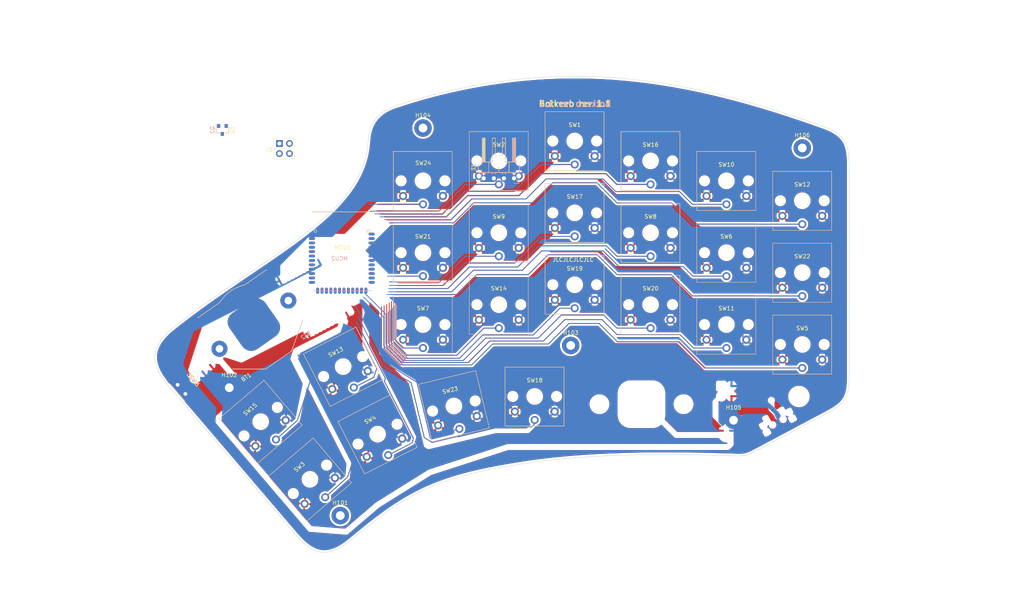
<source format=kicad_pcb>
(kicad_pcb (version 20171130) (host pcbnew "(5.1.9)-1")
  (title_block (title Botkeeb) (date 2020-11-13) (rev 1.0) (company "Mojitas upcoming company"))
  (layers (0 Front signal) (31 Back signal) (34 B.Paste user) (35 F.Paste user) (36 B.SilkS user) (37 F.SilkS user) (38 B.Mask user) (39 F.Mask user) (44 Edge.Cuts user))
  (net 0 "")
  (net 1 "Net-(BT1-Pad2)")
  (net 2 "Net-(BT2-Pad2)")
  (net 3 VCC1)
  (net 4 GND1)
  (net 5 /SWDIO1)
  (net 6 /SWCLK1)
  (net 7 /SWCLK2)
  (net 8 /SWDIO2)
  (net 9 GND2)
  (net 10 VCC2)
  (net 11 /S1)
  (net 12 /S6)
  (net 13 /S11)
  (net 14 /S16)
  (net 15 /S26)
  (net 16 /S2)
  (net 17 /S7)
  (net 18 /S12)
  (net 19 /S17)
  (net 20 /S22)
  (net 21 /S30)
  (net 22 /S3)
  (net 23 /S13)
  (net 24 /S18)
  (net 25 /S23)
  (net 26 /S4)
  (net 27 /S9)
  (net 28 /S14)
  (net 29 /S19)
  (net 30 /S24)
  (net 31 /S29)
  (net 32 /S5)
  (net 33 /S20)
  (net 34 /S25)
  (net 35 "Net-(MCU1-Pad35)")
  (net 36 "Net-(MCU1-Pad36)")
  (net 37 "Net-(MCU2-Pad36)")
  (net 38 "Net-(MCU2-Pad35)")
  (net 39 "Net-(MCU1-Pad21)")
  (net 40 "Net-(MCU2-Pad20)")
  (net 41 "Net-(MCU1-Pad25)")
  (net 42 "Net-(MCU1-Pad24)")
  (net 43 "Net-(MCU1-Pad23)")
  (net 44 "Net-(MCU1-Pad22)")
  (net 45 "Net-(MCU2-Pad19)")
  (net 46 "Net-(MCU2-Pad18)")
  (net 47 "Net-(MCU2-Pad17)")
  (net 48 "Net-(MCU2-Pad16)")
  (net 49 /Battery_switch_tht)
  (module MountingHole:MountingHole_2.2mm_M2_Pad (layer Front) (at 154.098059 450.565974)
    (fp_text reference H106 (at 0 -3.2) (layer F.SilkS))
    (fp_text value MountingHole)
    (pad 1 thru_hole circle (at 0 0) (size 4.4 4.4) (drill 2.2) (layers *.Cu *.Mask))
  )
  (module MountingHole:MountingHole_2.2mm_M2_Pad (layer Front) (at 136.83234 518.94486)
    (fp_text reference H105 (at 0 -3.2) (layer F.SilkS))
    (fp_text value MountingHole)
    (pad 1 thru_hole circle (at 0 0) (size 4.4 4.4) (drill 2.2) (layers *.Cu *.Mask))
  )
  (module MountingHole:MountingHole_2.2mm_M2_Pad (layer Front) (at 58.848058 445.565973)
    (fp_text reference H104 (at 0 -3.2) (layer F.SilkS))
    (fp_text value MountingHole)
    (pad 1 thru_hole circle (at 0 0) (size 4.4 4.4) (drill 2.2) (layers *.Cu *.Mask))
  )
  (module MountingHole:MountingHole_2.2mm_M2_Pad (layer Front) (at 95.948056 500.165974)
    (fp_text reference H103 (at 0 -3.2) (layer F.SilkS))
    (fp_text value MountingHole)
    (pad 1 thru_hole circle (at 0 0) (size 4.4 4.4) (drill 2.2) (layers *.Cu *.Mask))
  )
  (module MountingHole:MountingHole_2.2mm_M2_Pad (layer Front) (at 10.20064 510.77876)
    (fp_text reference H102 (at 0 -3.2) (layer F.SilkS))
    (fp_text value MountingHole)
    (pad 1 thru_hole circle (at 0 0) (size 4.4 4.4) (drill 2.2) (layers *.Cu *.Mask))
  )
  (module MountingHole:MountingHole_2.2mm_M2_Pad (layer Front) (at 38.080294 542.878563)
    (fp_text reference H101 (at 0 -3.2) (layer F.SilkS))
    (fp_text value MountingHole)
    (pad 1 thru_hole circle (at 0 0) (size 4.4 4.4) (drill 2.2) (layers *.Cu *.Mask))
  )
  (module User_Keyboard:PCM12SMTR (layer Back) (at -1.79578 511.19532 130.5)
    (fp_text reference SW26 (at 0.1 3.8 310.5) (layer B.SilkS) (effects (justify mirror)))
    (fp_text value SW_SPST)
    (pad "" np_thru_hole circle (at 1.5 0 130.5) (size 0.9 0.9) (drill 0.9) (layers *.Cu *.Mask))
    (pad "" np_thru_hole circle (at -1.5 0 130.5) (size 0.9 0.9) (drill 0.9) (layers *.Cu *.Mask))
    (pad "" smd rect (at 3.65 -0.965 130.5) (size 1 0.8) (layers Back B.Paste B.Mask))
    (pad "" smd rect (at 3.65 0.965 130.5) (size 1 0.8) (layers Back B.Paste B.Mask))
    (pad "" smd rect (at -3.65 -0.965 130.5) (size 1 0.8) (layers Back B.Paste B.Mask))
    (pad "" smd rect (at -3.65 0.965 130.5) (size 1 0.8) (layers Back B.Paste B.Mask))
    (pad 3 smd rect (at 2.25 1.75 130.5) (size 0.7 1.5) (layers Back B.Paste B.Mask))
    (pad 2 smd rect (at 0.75 1.75 130.5) (size 0.7 1.5) (layers Back B.Paste B.Mask) (net 10 VCC2))
    (pad 1 smd rect (at -2.25 1.75 130.5) (size 0.7 1.5) (layers Back B.Paste B.Mask) (net 49 /Battery_switch_tht))
  )
  (module User_Keyboard:PCM12SMTR (layer Front) (at -1.79578 511.19532 310.5)
    (fp_text reference SW25 (at 0.1 -3.8 310.5) (layer F.SilkS))
    (fp_text value SW_SPST)
    (pad "" np_thru_hole circle (at 1.5 0 310.5) (size 0.9 0.9) (drill 0.9) (layers *.Cu *.Mask))
    (pad "" np_thru_hole circle (at -1.5 0 310.5) (size 0.9 0.9) (drill 0.9) (layers *.Cu *.Mask))
    (pad "" smd rect (at 3.65 0.965 310.5) (size 1 0.8) (layers Front F.Paste F.Mask))
    (pad "" smd rect (at 3.65 -0.965 310.5) (size 1 0.8) (layers Front F.Paste F.Mask))
    (pad "" smd rect (at -3.65 0.965 310.5) (size 1 0.8) (layers Front F.Paste F.Mask))
    (pad "" smd rect (at -3.65 -0.965 310.5) (size 1 0.8) (layers Front F.Paste F.Mask))
    (pad 3 smd rect (at 2.25 -1.75 310.5) (size 0.7 1.5) (layers Front F.Paste F.Mask))
    (pad 2 smd rect (at 0.75 -1.75 310.5) (size 0.7 1.5) (layers Front F.Paste F.Mask) (net 49 /Battery_switch_tht))
    (pad 1 smd rect (at -2.25 -1.75 310.5) (size 0.7 1.5) (layers Front F.Paste F.Mask) (net 3 VCC1))
  )
  (module User_Keyboard:Battery_mod_tht (layer Front) (at 16.38046 494.94186 35)
    (fp_text reference BT1 (at -9.15 9.7 215) (layer F.SilkS))
    (fp_text value Battery_Cell)
    (pad 2 smd roundrect (at 0 0 35) (size 11 11) (layers Front F.Paste F.Mask) (net 1 "Net-(BT1-Pad2)"))
    (pad 1 thru_hole circle (at -10.5537 0 35) (size 4 4) (drill 1.8542) (layers *.Cu *.Mask) (net 49 /Battery_switch_tht))
    (pad 1 thru_hole circle (at 10.5537 0 35) (size 4 4) (drill 1.8542) (layers *.Cu *.Mask) (net 49 /Battery_switch_tht))
  )
  (module User_Keyboard:Battery_mod_tht (layer Back) (at 16.38046 494.94186 215)
    (fp_text reference BT2 (at -9.15 -9.7 35) (layer B.SilkS) (effects (justify mirror)))
    (fp_text value Battery_Cell)
    (pad 2 smd roundrect (at 0 0 215) (size 11 11) (layers Back B.Paste B.Mask) (net 2 "Net-(BT2-Pad2)"))
    (pad 1 thru_hole circle (at -10.5537 0 215) (size 4 4) (drill 1.8542) (layers *.Cu *.Mask) (net 49 /Battery_switch_tht))
    (pad 1 thru_hole circle (at 10.5537 0 215) (size 4 4) (drill 1.8542) (layers *.Cu *.Mask) (net 49 /Battery_switch_tht))
  )
  (module User_Keyboard:Kailh_low_profile (layer Front) (at 58.848058 458.815974)
    (fp_text reference SW24 (at 0.0508 -4.459199) (layer F.SilkS))
    (fp_text value Kailh_choc)
    (pad 1 thru_hole circle (at 5 3.8 180) (size 2 2) (drill 1.2) (layers *.Cu *.Mask) (net 9 GND2))
    (pad 2 thru_hole circle (at 0 5.9 180) (size 2 2) (drill 1.2) (layers *.Cu *.Mask) (net 12 /S6))
    (pad 3 thru_hole circle (at -5 3.8 180) (size 2 2) (drill 1.2) (layers *.Cu *.Mask) (net 4 GND1))
    (pad "" np_thru_hole circle (at 0 0) (size 3.2 3.2) (drill 3.2) (layers *.Cu *.Mask))
    (pad "" np_thru_hole circle (at -5.5 0) (size 1.8 1.8) (drill 1.8) (layers *.Cu *.Mask))
    (pad "" np_thru_hole circle (at 5.5 0) (size 1.8 1.8) (drill 1.8) (layers *.Cu *.Mask))
  )
  (module User_Keyboard:Kailh_low_profile (layer Front) (at 47.446285 522.437504 27)
    (fp_text reference SW4 (at 0.000001 -4.064 27) (layer F.SilkS))
    (fp_text value Kailh_choc)
    (pad 1 thru_hole circle (at 5 3.8 207) (size 2 2) (drill 1.2) (layers *.Cu *.Mask) (net 9 GND2))
    (pad 2 thru_hole circle (at 0 5.9 207) (size 2 2) (drill 1.2) (layers *.Cu *.Mask) (net 16 /S2))
    (pad 3 thru_hole circle (at -5 3.8 207) (size 2 2) (drill 1.2) (layers *.Cu *.Mask) (net 4 GND1))
    (pad "" np_thru_hole circle (at 0 0 27) (size 3.2 3.2) (drill 3.2) (layers *.Cu *.Mask))
    (pad "" np_thru_hole circle (at -5.5 0 27) (size 1.8 1.8) (drill 1.8) (layers *.Cu *.Mask))
    (pad "" np_thru_hole circle (at 5.5 0 27) (size 1.8 1.8) (drill 1.8) (layers *.Cu *.Mask))
  )
  (module User_Keyboard:Kailh_low_profile (layer Front) (at 96.948059 466.865972)
    (fp_text reference SW17 (at 0 -4.064) (layer F.SilkS))
    (fp_text value Kailh_choc)
    (pad 1 thru_hole circle (at 5 3.8 180) (size 2 2) (drill 1.2) (layers *.Cu *.Mask) (net 9 GND2))
    (pad 2 thru_hole circle (at 0 5.9 180) (size 2 2) (drill 1.2) (layers *.Cu *.Mask) (net 17 /S7))
    (pad 3 thru_hole circle (at -5 3.8 180) (size 2 2) (drill 1.2) (layers *.Cu *.Mask) (net 4 GND1))
    (pad "" np_thru_hole circle (at 0 0) (size 3.2 3.2) (drill 3.2) (layers *.Cu *.Mask))
    (pad "" np_thru_hole circle (at -5.5 0) (size 1.8 1.8) (drill 1.8) (layers *.Cu *.Mask))
    (pad "" np_thru_hole circle (at 5.5 0) (size 1.8 1.8) (drill 1.8) (layers *.Cu *.Mask))
  )
  (module User_Keyboard:Kailh_low_profile (layer Front) (at 18.089036 519.300961 40.5)
    (fp_text reference SW15 (at 0 -4.064 40.5) (layer F.SilkS))
    (fp_text value Kailh_choc)
    (pad 1 thru_hole circle (at 5 3.8 220.5) (size 2 2) (drill 1.2) (layers *.Cu *.Mask) (net 9 GND2))
    (pad 2 thru_hole circle (at 0 5.9 220.5) (size 2 2) (drill 1.2) (layers *.Cu *.Mask) (net 30 /S24))
    (pad 3 thru_hole circle (at -5 3.8 220.5) (size 2 2) (drill 1.2) (layers *.Cu *.Mask) (net 4 GND1))
    (pad "" np_thru_hole circle (at 0 0 40.5) (size 3.2 3.2) (drill 3.2) (layers *.Cu *.Mask))
    (pad "" np_thru_hole circle (at -5.5 0 40.5) (size 1.8 1.8) (drill 1.8) (layers *.Cu *.Mask))
    (pad "" np_thru_hole circle (at 5.5 0 40.5) (size 1.8 1.8) (drill 1.8) (layers *.Cu *.Mask))
  )
  (module User_Keyboard:Kailh_low_profile (layer Front) (at 86.898057 512.965972)
    (fp_text reference SW18 (at 0 -4.064) (layer F.SilkS))
    (fp_text value Kailh_choc)
    (pad 1 thru_hole circle (at 5 3.8 180) (size 2 2) (drill 1.2) (layers *.Cu *.Mask) (net 9 GND2))
    (pad 2 thru_hole circle (at 0 5.9 180) (size 2 2) (drill 1.2) (layers *.Cu *.Mask) (net 24 /S18))
    (pad 3 thru_hole circle (at -5 3.8 180) (size 2 2) (drill 1.2) (layers *.Cu *.Mask) (net 4 GND1))
    (pad "" np_thru_hole circle (at 0 0) (size 3.2 3.2) (drill 3.2) (layers *.Cu *.Mask))
    (pad "" np_thru_hole circle (at -5.5 0) (size 1.8 1.8) (drill 1.8) (layers *.Cu *.Mask))
    (pad "" np_thru_hole circle (at 5.5 0) (size 1.8 1.8) (drill 1.8) (layers *.Cu *.Mask))
  )
  (module User_Keyboard:Kailh_low_profile (layer Front) (at 38.797767 505.463831 27)
    (fp_text reference SW13 (at 0.000001 -4.064 27) (layer F.SilkS))
    (fp_text value Kailh_choc)
    (pad 1 thru_hole circle (at 5 3.8 207) (size 2 2) (drill 1.2) (layers *.Cu *.Mask) (net 9 GND2))
    (pad 2 thru_hole circle (at 0 5.9 207) (size 2 2) (drill 1.2) (layers *.Cu *.Mask) (net 11 /S1))
    (pad 3 thru_hole circle (at -5 3.8 207) (size 2 2) (drill 1.2) (layers *.Cu *.Mask) (net 4 GND1))
    (pad "" np_thru_hole circle (at 0 0 27) (size 3.2 3.2) (drill 3.2) (layers *.Cu *.Mask))
    (pad "" np_thru_hole circle (at -5.5 0 27) (size 1.8 1.8) (drill 1.8) (layers *.Cu *.Mask))
    (pad "" np_thru_hole circle (at 5.5 0 27) (size 1.8 1.8) (drill 1.8) (layers *.Cu *.Mask))
  )
  (module User_Keyboard:Kailh_low_profile (layer Front) (at 135.048061 458.815973)
    (fp_text reference SW10 (at 0 -4.064) (layer F.SilkS))
    (fp_text value Kailh_choc)
    (pad 1 thru_hole circle (at 5 3.8 180) (size 2 2) (drill 1.2) (layers *.Cu *.Mask) (net 9 GND2))
    (pad 2 thru_hole circle (at 0 5.9 180) (size 2 2) (drill 1.2) (layers *.Cu *.Mask) (net 20 /S22))
    (pad 3 thru_hole circle (at -5 3.8 180) (size 2 2) (drill 1.2) (layers *.Cu *.Mask) (net 4 GND1))
    (pad "" np_thru_hole circle (at 0 0) (size 3.2 3.2) (drill 3.2) (layers *.Cu *.Mask))
    (pad "" np_thru_hole circle (at -5.5 0) (size 1.8 1.8) (drill 1.8) (layers *.Cu *.Mask))
    (pad "" np_thru_hole circle (at 5.5 0) (size 1.8 1.8) (drill 1.8) (layers *.Cu *.Mask))
  )
  (module User_Keyboard:Kailh_low_profile (layer Front) (at 135.048058 494.915973)
    (fp_text reference SW11 (at 0 -4.064) (layer F.SilkS))
    (fp_text value Kailh_choc)
    (pad 1 thru_hole circle (at 5 3.8 180) (size 2 2) (drill 1.2) (layers *.Cu *.Mask) (net 9 GND2))
    (pad 2 thru_hole circle (at 0 5.9 180) (size 2 2) (drill 1.2) (layers *.Cu *.Mask) (net 29 /S19))
    (pad 3 thru_hole circle (at -5 3.8 180) (size 2 2) (drill 1.2) (layers *.Cu *.Mask) (net 4 GND1))
    (pad "" np_thru_hole circle (at 0 0) (size 3.2 3.2) (drill 3.2) (layers *.Cu *.Mask))
    (pad "" np_thru_hole circle (at -5.5 0) (size 1.8 1.8) (drill 1.8) (layers *.Cu *.Mask))
    (pad "" np_thru_hole circle (at 5.5 0) (size 1.8 1.8) (drill 1.8) (layers *.Cu *.Mask))
  )
  (module User_Keyboard:Kailh_low_profile (layer Front) (at 77.898057 489.915975)
    (fp_text reference SW14 (at 0 -4.064) (layer F.SilkS))
    (fp_text value Kailh_choc)
    (pad 1 thru_hole circle (at 5 3.8 180) (size 2 2) (drill 1.2) (layers *.Cu *.Mask) (net 9 GND2))
    (pad 2 thru_hole circle (at 0 5.9 180) (size 2 2) (drill 1.2) (layers *.Cu *.Mask) (net 31 /S29))
    (pad 3 thru_hole circle (at -5 3.8 180) (size 2 2) (drill 1.2) (layers *.Cu *.Mask) (net 4 GND1))
    (pad "" np_thru_hole circle (at 0 0) (size 3.2 3.2) (drill 3.2) (layers *.Cu *.Mask))
    (pad "" np_thru_hole circle (at -5.5 0) (size 1.8 1.8) (drill 1.8) (layers *.Cu *.Mask))
    (pad "" np_thru_hole circle (at 5.5 0) (size 1.8 1.8) (drill 1.8) (layers *.Cu *.Mask))
  )
  (module User_Keyboard:Kailh_low_profile (layer Front) (at 58.848059 494.915976)
    (fp_text reference SW7 (at 0 -4.064) (layer F.SilkS))
    (fp_text value Kailh_choc)
    (pad 1 thru_hole circle (at 5 3.8 180) (size 2 2) (drill 1.2) (layers *.Cu *.Mask) (net 9 GND2))
    (pad 2 thru_hole circle (at 0 5.9 180) (size 2 2) (drill 1.2) (layers *.Cu *.Mask) (net 28 /S14))
    (pad 3 thru_hole circle (at -5 3.8 180) (size 2 2) (drill 1.2) (layers *.Cu *.Mask) (net 4 GND1))
    (pad "" np_thru_hole circle (at 0 0) (size 3.2 3.2) (drill 3.2) (layers *.Cu *.Mask))
    (pad "" np_thru_hole circle (at -5.5 0) (size 1.8 1.8) (drill 1.8) (layers *.Cu *.Mask))
    (pad "" np_thru_hole circle (at 5.5 0) (size 1.8 1.8) (drill 1.8) (layers *.Cu *.Mask))
  )
  (module User_Keyboard:Kailh_low_profile (layer Front) (at 96.948058 448.815971)
    (fp_text reference SW1 (at 0 -4.064) (layer F.SilkS))
    (fp_text value Kailh_choc)
    (pad 1 thru_hole circle (at 5 3.8 180) (size 2 2) (drill 1.2) (layers *.Cu *.Mask) (net 9 GND2))
    (pad 2 thru_hole circle (at 0 5.9 180) (size 2 2) (drill 1.2) (layers *.Cu *.Mask) (net 21 /S30))
    (pad 3 thru_hole circle (at -5 3.8 180) (size 2 2) (drill 1.2) (layers *.Cu *.Mask) (net 4 GND1))
    (pad "" np_thru_hole circle (at 0 0) (size 3.2 3.2) (drill 3.2) (layers *.Cu *.Mask))
    (pad "" np_thru_hole circle (at -5.5 0) (size 1.8 1.8) (drill 1.8) (layers *.Cu *.Mask))
    (pad "" np_thru_hole circle (at 5.5 0) (size 1.8 1.8) (drill 1.8) (layers *.Cu *.Mask))
  )
  (module User_Keyboard:Kailh_low_profile (layer Front) (at 115.998058 489.915971)
    (fp_text reference SW20 (at 0 -4.064) (layer F.SilkS))
    (fp_text value Kailh_choc)
    (pad 1 thru_hole circle (at 5 3.8 180) (size 2 2) (drill 1.2) (layers *.Cu *.Mask) (net 9 GND2))
    (pad 2 thru_hole circle (at 0 5.9 180) (size 2 2) (drill 1.2) (layers *.Cu *.Mask) (net 19 /S17))
    (pad 3 thru_hole circle (at -5 3.8 180) (size 2 2) (drill 1.2) (layers *.Cu *.Mask) (net 4 GND1))
    (pad "" np_thru_hole circle (at 0 0) (size 3.2 3.2) (drill 3.2) (layers *.Cu *.Mask))
    (pad "" np_thru_hole circle (at -5.5 0) (size 1.8 1.8) (drill 1.8) (layers *.Cu *.Mask))
    (pad "" np_thru_hole circle (at 5.5 0) (size 1.8 1.8) (drill 1.8) (layers *.Cu *.Mask))
  )
  (module User_Keyboard:Kailh_low_profile (layer Front) (at 77.89806 471.865972)
    (fp_text reference SW9 (at 0 -4.064) (layer F.SilkS))
    (fp_text value Kailh_choc)
    (pad 1 thru_hole circle (at 5 3.8 180) (size 2 2) (drill 1.2) (layers *.Cu *.Mask) (net 9 GND2))
    (pad 2 thru_hole circle (at 0 5.9 180) (size 2 2) (drill 1.2) (layers *.Cu *.Mask) (net 34 /S25))
    (pad 3 thru_hole circle (at -5 3.8 180) (size 2 2) (drill 1.2) (layers *.Cu *.Mask) (net 4 GND1))
    (pad "" np_thru_hole circle (at 0 0) (size 3.2 3.2) (drill 3.2) (layers *.Cu *.Mask))
    (pad "" np_thru_hole circle (at -5.5 0) (size 1.8 1.8) (drill 1.8) (layers *.Cu *.Mask))
    (pad "" np_thru_hole circle (at 5.5 0) (size 1.8 1.8) (drill 1.8) (layers *.Cu *.Mask))
  )
  (module User_Keyboard:Kailh_low_profile (layer Front) (at 77.898058 453.815974)
    (fp_text reference SW2 (at 0 -4.064) (layer F.SilkS))
    (fp_text value Kailh_choc)
    (pad 1 thru_hole circle (at 5 3.8 180) (size 2 2) (drill 1.2) (layers *.Cu *.Mask) (net 9 GND2))
    (pad 2 thru_hole circle (at 0 5.9 180) (size 2 2) (drill 1.2) (layers *.Cu *.Mask) (net 13 /S11))
    (pad 3 thru_hole circle (at -5 3.8 180) (size 2 2) (drill 1.2) (layers *.Cu *.Mask) (net 4 GND1))
    (pad "" np_thru_hole circle (at 0 0) (size 3.2 3.2) (drill 3.2) (layers *.Cu *.Mask))
    (pad "" np_thru_hole circle (at -5.5 0) (size 1.8 1.8) (drill 1.8) (layers *.Cu *.Mask))
    (pad "" np_thru_hole circle (at 5.5 0) (size 1.8 1.8) (drill 1.8) (layers *.Cu *.Mask))
  )
  (module User_Keyboard:Kailh_low_profile (layer Front) (at 30.461025 533.786696 40.5)
    (fp_text reference SW3 (at 0 -4.064 40.5) (layer F.SilkS))
    (fp_text value Kailh_choc)
    (pad 1 thru_hole circle (at 5 3.8 220.5) (size 2 2) (drill 1.2) (layers *.Cu *.Mask) (net 9 GND2))
    (pad 2 thru_hole circle (at 0 5.9 220.5) (size 2 2) (drill 1.2) (layers *.Cu *.Mask) (net 14 /S16))
    (pad 3 thru_hole circle (at -5 3.8 220.5) (size 2 2) (drill 1.2) (layers *.Cu *.Mask) (net 4 GND1))
    (pad "" np_thru_hole circle (at 0 0 40.5) (size 3.2 3.2) (drill 3.2) (layers *.Cu *.Mask))
    (pad "" np_thru_hole circle (at -5.5 0 40.5) (size 1.8 1.8) (drill 1.8) (layers *.Cu *.Mask))
    (pad "" np_thru_hole circle (at 5.5 0 40.5) (size 1.8 1.8) (drill 1.8) (layers *.Cu *.Mask))
  )
  (module User_Keyboard:Kailh_low_profile (layer Front) (at 154.09806 463.815974)
    (fp_text reference SW12 (at 0 -4.064) (layer F.SilkS))
    (fp_text value Kailh_choc)
    (pad 1 thru_hole circle (at 5 3.8 180) (size 2 2) (drill 1.2) (layers *.Cu *.Mask) (net 9 GND2))
    (pad 2 thru_hole circle (at 0 5.9 180) (size 2 2) (drill 1.2) (layers *.Cu *.Mask) (net 32 /S5))
    (pad 3 thru_hole circle (at -5 3.8 180) (size 2 2) (drill 1.2) (layers *.Cu *.Mask) (net 4 GND1))
    (pad "" np_thru_hole circle (at 0 0) (size 3.2 3.2) (drill 3.2) (layers *.Cu *.Mask))
    (pad "" np_thru_hole circle (at -5.5 0) (size 1.8 1.8) (drill 1.8) (layers *.Cu *.Mask))
    (pad "" np_thru_hole circle (at 5.5 0) (size 1.8 1.8) (drill 1.8) (layers *.Cu *.Mask))
  )
  (module User_Keyboard:Kailh_low_profile (layer Front) (at 135.048058 476.865971)
    (fp_text reference SW6 (at 0 -4.064) (layer F.SilkS))
    (fp_text value Kailh_choc)
    (pad 1 thru_hole circle (at 5 3.8 180) (size 2 2) (drill 1.2) (layers *.Cu *.Mask) (net 9 GND2))
    (pad 2 thru_hole circle (at 0 5.9 180) (size 2 2) (drill 1.2) (layers *.Cu *.Mask) (net 23 /S13))
    (pad 3 thru_hole circle (at -5 3.8 180) (size 2 2) (drill 1.2) (layers *.Cu *.Mask) (net 4 GND1))
    (pad "" np_thru_hole circle (at 0 0) (size 3.2 3.2) (drill 3.2) (layers *.Cu *.Mask))
    (pad "" np_thru_hole circle (at -5.5 0) (size 1.8 1.8) (drill 1.8) (layers *.Cu *.Mask))
    (pad "" np_thru_hole circle (at 5.5 0) (size 1.8 1.8) (drill 1.8) (layers *.Cu *.Mask))
  )
  (module User_Keyboard:Kailh_low_profile (layer Front) (at 115.998059 471.865976)
    (fp_text reference SW8 (at 0 -4.064) (layer F.SilkS))
    (fp_text value Kailh_choc)
    (pad 1 thru_hole circle (at 5 3.8 180) (size 2 2) (drill 1.2) (layers *.Cu *.Mask) (net 9 GND2))
    (pad 2 thru_hole circle (at 0 5.9 180) (size 2 2) (drill 1.2) (layers *.Cu *.Mask) (net 15 /S26))
    (pad 3 thru_hole circle (at -5 3.8 180) (size 2 2) (drill 1.2) (layers *.Cu *.Mask) (net 4 GND1))
    (pad "" np_thru_hole circle (at 0 0) (size 3.2 3.2) (drill 3.2) (layers *.Cu *.Mask))
    (pad "" np_thru_hole circle (at -5.5 0) (size 1.8 1.8) (drill 1.8) (layers *.Cu *.Mask))
    (pad "" np_thru_hole circle (at 5.5 0) (size 1.8 1.8) (drill 1.8) (layers *.Cu *.Mask))
  )
  (module User_Keyboard:Kailh_low_profile (layer Front) (at 115.998058 453.815974)
    (fp_text reference SW16 (at 0 -4.064) (layer F.SilkS))
    (fp_text value Kailh_choc)
    (pad 1 thru_hole circle (at 5 3.8 180) (size 2 2) (drill 1.2) (layers *.Cu *.Mask) (net 9 GND2))
    (pad 2 thru_hole circle (at 0 5.9 180) (size 2 2) (drill 1.2) (layers *.Cu *.Mask) (net 18 /S12))
    (pad 3 thru_hole circle (at -5 3.8 180) (size 2 2) (drill 1.2) (layers *.Cu *.Mask) (net 4 GND1))
    (pad "" np_thru_hole circle (at 0 0) (size 3.2 3.2) (drill 3.2) (layers *.Cu *.Mask))
    (pad "" np_thru_hole circle (at -5.5 0) (size 1.8 1.8) (drill 1.8) (layers *.Cu *.Mask))
    (pad "" np_thru_hole circle (at 5.5 0) (size 1.8 1.8) (drill 1.8) (layers *.Cu *.Mask))
  )
  (module User_Keyboard:Kailh_low_profile (layer Front) (at 96.948057 484.915974)
    (fp_text reference SW19 (at 0 -4.064) (layer F.SilkS))
    (fp_text value Kailh_choc)
    (pad 1 thru_hole circle (at 5 3.8 180) (size 2 2) (drill 1.2) (layers *.Cu *.Mask) (net 9 GND2))
    (pad 2 thru_hole circle (at 0 5.9 180) (size 2 2) (drill 1.2) (layers *.Cu *.Mask) (net 22 /S3))
    (pad 3 thru_hole circle (at -5 3.8 180) (size 2 2) (drill 1.2) (layers *.Cu *.Mask) (net 4 GND1))
    (pad "" np_thru_hole circle (at 0 0) (size 3.2 3.2) (drill 3.2) (layers *.Cu *.Mask))
    (pad "" np_thru_hole circle (at -5.5 0) (size 1.8 1.8) (drill 1.8) (layers *.Cu *.Mask))
    (pad "" np_thru_hole circle (at 5.5 0) (size 1.8 1.8) (drill 1.8) (layers *.Cu *.Mask))
  )
  (module User_Keyboard:Kailh_low_profile (layer Front) (at 58.848059 476.865974)
    (fp_text reference SW21 (at 0 -4.064) (layer F.SilkS))
    (fp_text value Kailh_choc)
    (pad 1 thru_hole circle (at 5 3.8 180) (size 2 2) (drill 1.2) (layers *.Cu *.Mask) (net 9 GND2))
    (pad 2 thru_hole circle (at 0 5.9 180) (size 2 2) (drill 1.2) (layers *.Cu *.Mask) (net 26 /S4))
    (pad 3 thru_hole circle (at -5 3.8 180) (size 2 2) (drill 1.2) (layers *.Cu *.Mask) (net 4 GND1))
    (pad "" np_thru_hole circle (at 0 0) (size 3.2 3.2) (drill 3.2) (layers *.Cu *.Mask))
    (pad "" np_thru_hole circle (at -5.5 0) (size 1.8 1.8) (drill 1.8) (layers *.Cu *.Mask))
    (pad "" np_thru_hole circle (at 5.5 0) (size 1.8 1.8) (drill 1.8) (layers *.Cu *.Mask))
  )
  (module User_Keyboard:Kailh_low_profile (layer Front) (at 154.098056 481.865974)
    (fp_text reference SW22 (at 0 -4.064) (layer F.SilkS))
    (fp_text value Kailh_choc)
    (pad 1 thru_hole circle (at 5 3.8 180) (size 2 2) (drill 1.2) (layers *.Cu *.Mask) (net 9 GND2))
    (pad 2 thru_hole circle (at 0 5.9 180) (size 2 2) (drill 1.2) (layers *.Cu *.Mask) (net 27 /S9))
    (pad 3 thru_hole circle (at -5 3.8 180) (size 2 2) (drill 1.2) (layers *.Cu *.Mask) (net 4 GND1))
    (pad "" np_thru_hole circle (at 0 0) (size 3.2 3.2) (drill 3.2) (layers *.Cu *.Mask))
    (pad "" np_thru_hole circle (at -5.5 0) (size 1.8 1.8) (drill 1.8) (layers *.Cu *.Mask))
    (pad "" np_thru_hole circle (at 5.5 0) (size 1.8 1.8) (drill 1.8) (layers *.Cu *.Mask))
  )
  (module User_Keyboard:Kailh_low_profile (layer Front) (at 66.611659 515.36703 13.5)
    (fp_text reference SW23 (at 0 -4.064 13.5) (layer F.SilkS))
    (fp_text value Kailh_choc)
    (pad 1 thru_hole circle (at 5 3.8 193.5) (size 2 2) (drill 1.2) (layers *.Cu *.Mask) (net 9 GND2))
    (pad 2 thru_hole circle (at 0 5.9 193.5) (size 2 2) (drill 1.2) (layers *.Cu *.Mask) (net 33 /S20))
    (pad 3 thru_hole circle (at -5 3.8 193.5) (size 2 2) (drill 1.2) (layers *.Cu *.Mask) (net 4 GND1))
    (pad "" np_thru_hole circle (at 0 0 13.5) (size 3.2 3.2) (drill 3.2) (layers *.Cu *.Mask))
    (pad "" np_thru_hole circle (at -5.5 0 13.5) (size 1.8 1.8) (drill 1.8) (layers *.Cu *.Mask))
    (pad "" np_thru_hole circle (at 5.5 0 13.5) (size 1.8 1.8) (drill 1.8) (layers *.Cu *.Mask))
  )
  (module User_Keyboard:Kailh_low_profile (layer Front) (at 154.09806 499.915972)
    (fp_text reference SW5 (at 0 -4.064) (layer F.SilkS))
    (fp_text value Kailh_choc)
    (pad 1 thru_hole circle (at 5 3.8 180) (size 2 2) (drill 1.2) (layers *.Cu *.Mask) (net 9 GND2))
    (pad 2 thru_hole circle (at 0 5.9 180) (size 2 2) (drill 1.2) (layers *.Cu *.Mask) (net 25 /S23))
    (pad 3 thru_hole circle (at -5 3.8 180) (size 2 2) (drill 1.2) (layers *.Cu *.Mask) (net 4 GND1))
    (pad "" np_thru_hole circle (at 0 0) (size 3.2 3.2) (drill 3.2) (layers *.Cu *.Mask))
    (pad "" np_thru_hole circle (at -5.5 0) (size 1.8 1.8) (drill 1.8) (layers *.Cu *.Mask))
    (pad "" np_thru_hole circle (at 5.5 0) (size 1.8 1.8) (drill 1.8) (layers *.Cu *.Mask))
  )
  (module User_Keyboard:YJ14015 (layer Front) (at 38.4302 476.510975)
    (fp_text reference MCU1 (at 0.253999 -0.9144 180) (layer F.SilkS))
    (fp_text value Core51822)
    (pad 10 smd oval (at 6.05 9.9 90) (size 1.54 0.7) (layers Front F.Paste F.Mask) (net 23 /S13))
    (pad 9 smd oval (at 4.95 9.9 90) (size 1.54 0.7) (layers Front F.Paste F.Mask) (net 27 /S9))
    (pad 8 smd oval (at 3.85 9.9 90) (size 1.54 0.7) (layers Front F.Paste F.Mask) (net 28 /S14))
    (pad 20 smd oval (at 7.5 -4.3) (size 1.54 0.7) (layers Front F.Paste F.Mask) (net 12 /S6))
    (pad 19 smd oval (at 7.5 -3.2) (size 1.54 0.7) (layers Front F.Paste F.Mask) (net 13 /S11))
    (pad 18 smd oval (at 7.5 -2.1) (size 1.54 0.7) (layers Front F.Paste F.Mask) (net 21 /S30))
    (pad 17 smd oval (at 7.5 -1) (size 1.54 0.7) (layers Front F.Paste F.Mask) (net 18 /S12))
    (pad 31 smd oval (at 7.5 0.1) (size 1.54 0.7) (layers Front F.Paste F.Mask) (net 6 /SWCLK1))
    (pad 32 smd oval (at 7.5 1.2) (size 1.54 0.7) (layers Front F.Paste F.Mask) (net 5 /SWDIO1))
    (pad 16 smd oval (at 7.5 2.3) (size 1.54 0.7) (layers Front F.Paste F.Mask) (net 20 /S22))
    (pad 15 smd oval (at 7.5 3.4) (size 1.54 0.7) (layers Front F.Paste F.Mask) (net 32 /S5))
    (pad 14 smd oval (at 7.5 4.5) (size 1.54 0.7) (layers Front F.Paste F.Mask) (net 26 /S4))
    (pad 13 smd oval (at 7.5 5.6) (size 1.54 0.7) (layers Front F.Paste F.Mask) (net 34 /S25))
    (pad 12 smd oval (at 7.5 6.7) (size 1.54 0.7) (layers Front F.Paste F.Mask) (net 17 /S7))
    (pad 11 smd oval (at 7.5 7.8) (size 1.54 0.7) (layers Front F.Paste F.Mask) (net 15 /S26))
    (pad 7 smd oval (at 2.75 9.9 90) (size 1.54 0.7) (layers Front F.Paste F.Mask) (net 31 /S29))
    (pad 6 smd oval (at 1.65 9.9 90) (size 1.54 0.7) (layers Front F.Paste F.Mask) (net 22 /S3))
    (pad 5 smd oval (at 0.55 9.9 90) (size 1.54 0.7) (layers Front F.Paste F.Mask) (net 19 /S17))
    (pad 4 smd oval (at -0.55 9.9 90) (size 1.54 0.7) (layers Front F.Paste F.Mask) (net 29 /S19))
    (pad 3 smd oval (at -1.65 9.9 90) (size 1.54 0.7) (layers Front F.Paste F.Mask) (net 25 /S23))
    (pad 2 smd oval (at -2.75 9.9 90) (size 1.54 0.7) (layers Front F.Paste F.Mask) (net 33 /S20))
    (pad 1 smd oval (at -3.85 9.9 90) (size 1.54 0.7) (layers Front F.Paste F.Mask) (net 24 /S18))
    (pad 0 smd oval (at -4.95 9.9 90) (size 1.54 0.7) (layers Front F.Paste F.Mask) (net 16 /S2))
    (pad 30 smd oval (at -6.05 9.9 90) (size 1.54 0.7) (layers Front F.Paste F.Mask) (net 11 /S1))
    (pad 34 smd oval (at -7.5 7.8) (size 1.54 0.7) (layers Front F.Paste F.Mask) (net 3 VCC1))
    (pad 37 smd oval (at -7.5 6.7) (size 1.54 0.7) (layers Front F.Paste F.Mask) (net 4 GND1))
    (pad 29 smd oval (at -7.5 5.6) (size 1.54 0.7) (layers Front F.Paste F.Mask) (net 14 /S16))
    (pad 28 smd oval (at -7.5 4.5) (size 1.54 0.7) (layers Front F.Paste F.Mask) (net 30 /S24))
    (pad 36 smd oval (at -7.5 3.4) (size 1.54 0.7) (layers Front F.Paste F.Mask) (net 36 "Net-(MCU1-Pad36)"))
    (pad 35 smd oval (at -7.5 2.3) (size 1.54 0.7) (layers Front F.Paste F.Mask) (net 35 "Net-(MCU1-Pad35)"))
    (pad 25 smd oval (at -7.5 1.2) (size 1.54 0.7) (layers Front F.Paste F.Mask) (net 41 "Net-(MCU1-Pad25)"))
    (pad 24 smd oval (at -7.5 0.1) (size 1.54 0.7) (layers Front F.Paste F.Mask) (net 42 "Net-(MCU1-Pad24)"))
    (pad 23 smd oval (at -7.5 -1) (size 1.54 0.7) (layers Front F.Paste F.Mask) (net 43 "Net-(MCU1-Pad23)"))
    (pad 22 smd oval (at -7.5 -2.1) (size 1.54 0.7) (layers Front F.Paste F.Mask) (net 44 "Net-(MCU1-Pad22)"))
    (pad 21 smd oval (at -7.5 -3.2) (size 1.54 0.7) (layers Front F.Paste F.Mask) (net 39 "Net-(MCU1-Pad21)"))
    (pad 33 smd oval (at -7.5 -4.3) (size 1.54 0.7) (layers Front F.Paste F.Mask) (net 4 GND1))
  )
  (module User_Keyboard:YJ14015 (layer Back) (at 38.48354 476.510975 180)
    (fp_text reference MCU2 (at 0.609599 -1.8288 180) (layer B.SilkS) (effects (justify mirror)))
    (fp_text value Core51822)
    (pad 10 smd oval (at 6.05 -9.9 90) (size 1.54 0.7) (layers Back B.Paste B.Mask) (net 33 /S20))
    (pad 9 smd oval (at 4.95 -9.9 90) (size 1.54 0.7) (layers Back B.Paste B.Mask) (net 25 /S23))
    (pad 8 smd oval (at 3.85 -9.9 90) (size 1.54 0.7) (layers Back B.Paste B.Mask) (net 29 /S19))
    (pad 20 smd oval (at 7.5 4.3 180) (size 1.54 0.7) (layers Back B.Paste B.Mask) (net 40 "Net-(MCU2-Pad20)"))
    (pad 19 smd oval (at 7.5 3.2 180) (size 1.54 0.7) (layers Back B.Paste B.Mask) (net 45 "Net-(MCU2-Pad19)"))
    (pad 18 smd oval (at 7.5 2.1 180) (size 1.54 0.7) (layers Back B.Paste B.Mask) (net 46 "Net-(MCU2-Pad18)"))
    (pad 17 smd oval (at 7.5 1 180) (size 1.54 0.7) (layers Back B.Paste B.Mask) (net 47 "Net-(MCU2-Pad17)"))
    (pad 31 smd oval (at 7.5 -0.1 180) (size 1.54 0.7) (layers Back B.Paste B.Mask) (net 7 /SWCLK2))
    (pad 32 smd oval (at 7.5 -1.2 180) (size 1.54 0.7) (layers Back B.Paste B.Mask) (net 8 /SWDIO2))
    (pad 16 smd oval (at 7.5 -2.3 180) (size 1.54 0.7) (layers Back B.Paste B.Mask) (net 48 "Net-(MCU2-Pad16)"))
    (pad 15 smd oval (at 7.5 -3.4 180) (size 1.54 0.7) (layers Back B.Paste B.Mask) (net 30 /S24))
    (pad 14 smd oval (at 7.5 -4.5 180) (size 1.54 0.7) (layers Back B.Paste B.Mask) (net 14 /S16))
    (pad 13 smd oval (at 7.5 -5.6 180) (size 1.54 0.7) (layers Back B.Paste B.Mask) (net 11 /S1))
    (pad 12 smd oval (at 7.5 -6.7 180) (size 1.54 0.7) (layers Back B.Paste B.Mask) (net 16 /S2))
    (pad 11 smd oval (at 7.5 -7.8 180) (size 1.54 0.7) (layers Back B.Paste B.Mask) (net 24 /S18))
    (pad 7 smd oval (at 2.75 -9.9 90) (size 1.54 0.7) (layers Back B.Paste B.Mask) (net 19 /S17))
    (pad 6 smd oval (at 1.65 -9.9 90) (size 1.54 0.7) (layers Back B.Paste B.Mask) (net 22 /S3))
    (pad 5 smd oval (at 0.55 -9.9 90) (size 1.54 0.7) (layers Back B.Paste B.Mask) (net 31 /S29))
    (pad 4 smd oval (at -0.55 -9.9 90) (size 1.54 0.7) (layers Back B.Paste B.Mask) (net 28 /S14))
    (pad 3 smd oval (at -1.65 -9.9 90) (size 1.54 0.7) (layers Back B.Paste B.Mask) (net 27 /S9))
    (pad 2 smd oval (at -2.75 -9.9 90) (size 1.54 0.7) (layers Back B.Paste B.Mask) (net 23 /S13))
    (pad 1 smd oval (at -3.85 -9.9 90) (size 1.54 0.7) (layers Back B.Paste B.Mask) (net 15 /S26))
    (pad 0 smd oval (at -4.95 -9.9 90) (size 1.54 0.7) (layers Back B.Paste B.Mask) (net 17 /S7))
    (pad 30 smd oval (at -6.05 -9.9 90) (size 1.54 0.7) (layers Back B.Paste B.Mask) (net 34 /S25))
    (pad 34 smd oval (at -7.5 -7.8 180) (size 1.54 0.7) (layers Back B.Paste B.Mask) (net 10 VCC2))
    (pad 37 smd oval (at -7.5 -6.7 180) (size 1.54 0.7) (layers Back B.Paste B.Mask) (net 9 GND2))
    (pad 29 smd oval (at -7.5 -5.6 180) (size 1.54 0.7) (layers Back B.Paste B.Mask) (net 26 /S4))
    (pad 28 smd oval (at -7.5 -4.5 180) (size 1.54 0.7) (layers Back B.Paste B.Mask) (net 32 /S5))
    (pad 36 smd oval (at -7.5 -3.4 180) (size 1.54 0.7) (layers Back B.Paste B.Mask) (net 37 "Net-(MCU2-Pad36)"))
    (pad 35 smd oval (at -7.5 -2.3 180) (size 1.54 0.7) (layers Back B.Paste B.Mask) (net 38 "Net-(MCU2-Pad35)"))
    (pad 25 smd oval (at -7.5 -1.2 180) (size 1.54 0.7) (layers Back B.Paste B.Mask) (net 20 /S22))
    (pad 24 smd oval (at -7.5 -0.1 180) (size 1.54 0.7) (layers Back B.Paste B.Mask) (net 18 /S12))
    (pad 23 smd oval (at -7.5 1 180) (size 1.54 0.7) (layers Back B.Paste B.Mask) (net 21 /S30))
    (pad 22 smd oval (at -7.5 2.1 180) (size 1.54 0.7) (layers Back B.Paste B.Mask) (net 13 /S11))
    (pad 21 smd oval (at -7.5 3.2 180) (size 1.54 0.7) (layers Back B.Paste B.Mask) (net 12 /S6))
    (pad 33 smd oval (at -7.5 4.3 180) (size 1.54 0.7) (layers Back B.Paste B.Mask) (net 9 GND2))
  )
  (module Connector_PinHeader_2.54mm:PinHeader_2x02_P2.54mm_Vertical (layer Front) (at 22.7838 449.4403)
    (fp_text reference J3 (at -2.5815 1.543) (layer F.SilkS))
    (fp_text value Conn_02x02_Odd_Even)
    (pad 4 thru_hole oval (at 2.54 2.54) (size 1.7 1.7) (drill 1) (layers *.Cu *.Mask) (net 4 GND1))
    (pad 3 thru_hole oval (at 0 2.54) (size 1.7 1.7) (drill 1) (layers *.Cu *.Mask) (net 10 VCC2))
    (pad 2 thru_hole oval (at 2.54 0) (size 1.7 1.7) (drill 1) (layers *.Cu *.Mask) (net 9 GND2))
    (pad 1 thru_hole rect (at 0 0) (size 1.7 1.7) (drill 1) (layers *.Cu *.Mask) (net 3 VCC1))
  )
  (module Connector_PinHeader_2.54mm:PinHeader_1x04_P2.54mm_Horizontal (layer Back) (at 81.698058 458.190974 90)
    (fp_text reference J2 (at 2.786735 -10.192497 90) (layer B.SilkS) (effects (justify mirror)))
    (fp_text value Conn_01x04)
    (pad 4 thru_hole oval (at 0 -7.62 90) (size 1.7 1.7) (drill 1) (layers *.Cu *.Mask) (net 10 VCC2))
    (pad 3 thru_hole oval (at 0 -5.08 90) (size 1.7 1.7) (drill 1) (layers *.Cu *.Mask) (net 9 GND2))
    (pad 2 thru_hole oval (at 0 -2.54 90) (size 1.7 1.7) (drill 1) (layers *.Cu *.Mask) (net 8 /SWDIO2))
    (pad 1 thru_hole rect (at 0 0 90) (size 1.7 1.7) (drill 1) (layers *.Cu *.Mask) (net 7 /SWCLK2))
  )
  (module Package_TO_SOT_SMD:SOT-23 (layer Front) (at 8.46716 446.048536 270)
    (fp_text reference Q1 (at 0 -2.5 90) (layer F.SilkS))
    (fp_text value DMG3414U)
    (pad 3 smd rect (at 1 0 270) (size 0.9 0.8) (layers Front F.Paste F.Mask) (net 1 "Net-(BT1-Pad2)"))
    (pad 2 smd rect (at -1 0.95 270) (size 0.9 0.8) (layers Front F.Paste F.Mask) (net 4 GND1))
    (pad 1 smd rect (at -1 -0.95 270) (size 0.9 0.8) (layers Front F.Paste F.Mask) (net 3 VCC1))
  )
  (module Package_TO_SOT_SMD:SOT-23 (layer Back) (at 8.46716 446.048536 270)
    (fp_text reference Q2 (at 0 2.5 90) (layer B.SilkS) (effects (justify mirror)))
    (fp_text value DMG3414U)
    (pad 3 smd rect (at 1 0 270) (size 0.9 0.8) (layers Back B.Paste B.Mask) (net 2 "Net-(BT2-Pad2)"))
    (pad 2 smd rect (at -1 -0.95 270) (size 0.9 0.8) (layers Back B.Paste B.Mask) (net 9 GND2))
    (pad 1 smd rect (at -1 0.95 270) (size 0.9 0.8) (layers Back B.Paste B.Mask) (net 10 VCC2))
  )
  (module Connector_PinHeader_2.54mm:PinHeader_1x04_P2.54mm_Horizontal (layer Front) (at 74.098058 458.190974 90)
    (fp_text reference J1 (at 2.808289 -2.566546 90) (layer F.SilkS))
    (fp_text value Conn_01x04)
    (pad 4 thru_hole oval (at 0 7.62 90) (size 1.7 1.7) (drill 1) (layers *.Cu *.Mask) (net 3 VCC1))
    (pad 3 thru_hole oval (at 0 5.08 90) (size 1.7 1.7) (drill 1) (layers *.Cu *.Mask) (net 4 GND1))
    (pad 2 thru_hole oval (at 0 2.54 90) (size 1.7 1.7) (drill 1) (layers *.Cu *.Mask) (net 5 /SWDIO1))
    (pad 1 thru_hole rect (at 0 0 90) (size 1.7 1.7) (drill 1) (layers *.Cu *.Mask) (net 6 /SWCLK1))
  )
  (gr_text JLCJLCJLCJLC (at 96.55864 478.615618) (layer F.SilkS) (effects (font (size 1 1) (thickness 0.17))))
  (gr_text "Botkeeb rev 1.1" (at 97.015839 439.448816) (layer B.SilkS) (effects (font (size 1.5 1.5) (thickness 0.3)) (justify mirror)))
  (gr_curve (pts (xy 85.197528 529.673531) (xy 62.557694 533.044978) (xy 55.334803 536.816837) (xy 40.917962 548.880308)) (layer Edge.Cuts) (width 0.1))
  (gr_curve (pts (xy -3.897987 495.725495) (xy 19.388126 477.176163) (xy 43.914129 467.69418) (xy 45.056552 448.939584)) (layer Edge.Cuts) (width 0.1))
  (gr_curve (pts (xy 26.896555 547.705523) (xy 31.538472 553.14051) (xy 35.291392 553.588408) (xy 40.917962 548.880308)) (layer Edge.Cuts) (width 0.1))
  (gr_line (start 26.896555 547.705523) (end -5.271404 510.041682) (layer Edge.Cuts) (width 0.1))
  (gr_curve (pts (xy -3.897987 495.725495) (xy -9.45165 500.149454) (xy -10.078242 504.413602) (xy -5.271404 510.041682)) (layer Edge.Cuts) (width 0.1))
  (gr_curve (pts (xy 137.264539 527.892262) (xy 139.538536 527.973475) (xy 140.309714 527.794952) (xy 142.316149 526.72811)) (layer Edge.Cuts) (width 0.1))
  (gr_curve (pts (xy 137.264539 527.892262) (xy 121.206026 527.318782) (xy 101.492312 527.246966) (xy 85.197528 529.673531)) (layer Edge.Cuts) (width 0.1))
  (gr_curve (pts (xy 51.825309 440.077739) (xy 64.595333 435.745389) (xy 78.432049 433.189116) (xy 91.744527 432.667649)) (layer Edge.Cuts) (width 0.1))
  (gr_curve (pts (xy 165.84806 454.536883) (xy 165.848058 449.0623) (xy 164.338194 446.957689) (xy 159.22321 445.123685)) (layer Edge.Cuts) (width 0.1))
  (gr_line (start 165.84806 454.536883) (end 165.848061 508.207369) (layer Edge.Cuts) (width 0.1))
  (gr_curve (pts (xy 160.542774 517.036843) (xy 164.782633 514.782469) (xy 165.848057 513.069651) (xy 165.848061 508.207369)) (layer Edge.Cuts) (width 0.1))
  (gr_line (start 142.316149 526.72811) (end 160.542774 517.036843) (layer Edge.Cuts) (width 0.1))
  (gr_curve (pts (xy 51.825309 440.077739) (xy 47.045969 441.69917) (xy 45.261072 444.858743) (xy 45.056552 448.939584)) (layer Edge.Cuts) (width 0.1))
  (gr_curve (pts (xy 91.744527 432.667649) (xy 115.110462 431.752383) (xy 136.861373 437.105735) (xy 159.22321 445.123685)) (layer Edge.Cuts) (width 0.1))
  (gr_text "Botkeeb rev 1.1" (at 97.015839 439.448816) (layer F.SilkS) (effects (font (size 1.5 1.5) (thickness 0.3))))
  (segment (start 41.47899 510.721641) (end 41.47631 510.72077) (width 0.2032) (layer Front) (net 11))
  (segment (start 46.501608 508.16249) (end 41.47899 510.721641) (width 0.2032) (layer Front) (net 11))
  (segment (start 47.23667 505.9002) (end 46.501608 508.16249) (width 0.2032) (layer Front) (net 11))
  (segment (start 42.246651 496.106738) (end 47.23667 505.9002) (width 0.2032) (layer Front) (net 11))
  (segment (start 47.237971 505.896195) (end 41.734452 495.094929) (width 0.2) (layer Back) (net 11))
  (segment (start 46.501608 508.16249) (end 47.237971 505.896195) (width 0.2) (layer Back) (net 11))
  (segment (start 41.47899 510.721641) (end 46.501608 508.16249) (width 0.2) (layer Back) (net 11))
  (segment (start 41.47631 510.72077) (end 41.47899 510.721641) (width 0.2) (layer Back) (net 11))
  (segment (start 58.848057 464.715974) (end 45.18005 464.715975) (width 0.2032) (layer Back) (net 12))
  (segment (start 57.433844 464.715973) (end 58.848057 464.715974) (width 0.3) (layer Front) (net 12))
  (segment (start 47.50415 464.715973) (end 57.433844 464.715973) (width 0.3) (layer Front) (net 12))
  (segment (start 62.773039 466.439683) (end 45.589939 466.439684) (width 0.2032) (layer Back) (net 13))
  (segment (start 69.496749 459.715974) (end 62.773039 466.439683) (width 0.2032) (layer Back) (net 13))
  (segment (start 77.898058 459.715974) (end 69.496749 459.715974) (width 0.2032) (layer Back) (net 13))
  (segment (start 62.865133 466.376184) (end 47.35524 466.376184) (width 0.3) (layer Front) (net 13))
  (segment (start 69.525343 459.715974) (end 62.865133 466.376184) (width 0.3) (layer Front) (net 13))
  (segment (start 77.898058 459.715974) (end 69.525343 459.715974) (width 0.3) (layer Front) (net 13))
  (segment (start 41.606423 527.99959) (end 28.667185 502.604904) (width 0.2032) (layer Front) (net 14))
  (segment (start 39.916637 533.200214) (end 41.606423 527.99959) (width 0.2032) (layer Front) (net 14))
  (segment (start 34.292766 538.273091) (end 39.916637 533.200214) (width 0.2032) (layer Front) (net 14))
  (segment (start 41.623074 527.948346) (end 28.689601 502.564976) (width 0.2032) (layer Back) (net 14))
  (segment (start 39.916637 533.200214) (end 41.623074 527.948346) (width 0.2032) (layer Back) (net 14))
  (segment (start 39.891237 533.225614) (end 39.916637 533.200214) (width 0.2032) (layer Back) (net 14))
  (segment (start 34.292766 538.273091) (end 39.891237 533.225614) (width 0.2032) (layer Back) (net 14))
  (segment (start 107.551132 477.765977) (end 115.998059 477.765977) (width 0.2032) (layer Back) (net 15))
  (segment (start 104.949739 475.164585) (end 107.551132 477.765977) (width 0.2032) (layer Back) (net 15))
  (segment (start 82.610439 480.473184) (end 87.919039 475.164585) (width 0.2032) (layer Back) (net 15))
  (segment (start 70.43114 480.473185) (end 82.610439 480.473184) (width 0.2032) (layer Back) (net 15))
  (segment (start 65.008239 485.896085) (end 70.43114 480.473185) (width 0.2032) (layer Back) (net 15))
  (segment (start 50.25084 485.896084) (end 65.008239 485.896085) (width 0.2032) (layer Back) (net 15))
  (segment (start 87.919039 475.164585) (end 104.949739 475.164585) (width 0.2032) (layer Back) (net 15))
  (segment (start 88.008311 475.116605) (end 104.901762 475.116606) (width 0.2032) (layer Front) (net 15))
  (segment (start 114.583848 477.765971) (end 115.998059 477.765977) (width 0.2032) (layer Front) (net 15))
  (segment (start 82.651732 480.473185) (end 88.008311 475.116605) (width 0.2032) (layer Front) (net 15))
  (segment (start 65.125733 485.857983) (end 70.510531 480.473185) (width 0.2032) (layer Front) (net 15))
  (segment (start 70.510531 480.473185) (end 82.651732 480.473185) (width 0.2032) (layer Front) (net 15))
  (segment (start 107.551126 477.765971) (end 114.583848 477.765971) (width 0.2032) (layer Front) (net 15))
  (segment (start 52.168539 485.857984) (end 65.125733 485.857983) (width 0.2032) (layer Front) (net 15))
  (segment (start 104.901762 475.116606) (end 107.551126 477.765971) (width 0.2032) (layer Front) (net 15))
  (segment (start 50.12483 527.694442) (end 50.124829 527.694441) (width 0.2032) (layer Front) (net 16))
  (segment (start 56.083698 524.658248) (end 50.12483 527.694442) (width 0.2032) (layer Front) (net 16))
  (segment (start 49.164293 509.179836) (end 56.460326 523.499108) (width 0.2032) (layer Front) (net 16))
  (segment (start 56.460326 523.499108) (end 56.083698 524.658248) (width 0.2032) (layer Front) (net 16))
  (segment (start 49.408497 508.428252) (end 49.164293 509.179836) (width 0.2032) (layer Front) (net 16))
  (segment (start 43.504441 496.84089) (end 49.408497 508.428252) (width 0.2032) (layer Front) (net 16))
  (segment (start 49.408497 508.428252) (end 42.086084 494.057208) (width 0.2) (layer Back) (net 16))
  (segment (start 49.164293 509.179836) (end 49.408497 508.428252) (width 0.2) (layer Back) (net 16))
  (segment (start 56.460326 523.499108) (end 49.164293 509.179836) (width 0.2) (layer Back) (net 16))
  (segment (start 56.083698 524.658248) (end 56.460326 523.499108) (width 0.2) (layer Back) (net 16))
  (segment (start 50.12483 527.694442) (end 56.083698 524.658248) (width 0.2) (layer Back) (net 16))
  (segment (start 50.124829 527.694441) (end 50.12483 527.694442) (width 0.2) (layer Back) (net 16))
  (segment (start 63.82714 485.070584) (end 50.390539 485.070584) (width 0.2032) (layer Back) (net 17))
  (segment (start 69.494738 479.402984) (end 63.82714 485.070584) (width 0.2032) (layer Back) (net 17))
  (segment (start 81.928038 479.402984) (end 69.494738 479.402984) (width 0.2032) (layer Back) (net 17))
  (segment (start 88.565048 472.765974) (end 81.928038 479.402984) (width 0.2032) (layer Back) (net 17))
  (segment (start 96.948059 472.765974) (end 88.565048 472.765974) (width 0.2032) (layer Back) (net 17))
  (segment (start 95.533845 472.765973) (end 96.948059 472.765974) (width 0.2032) (layer Front) (net 17))
  (segment (start 69.561433 479.504584) (end 81.842332 479.504584) (width 0.2032) (layer Front) (net 17))
  (segment (start 88.580943 472.765974) (end 95.533845 472.765973) (width 0.2032) (layer Front) (net 17))
  (segment (start 63.931932 485.134084) (end 69.561433 479.504584) (width 0.2032) (layer Front) (net 17))
  (segment (start 52.320939 485.134084) (end 63.931932 485.134084) (width 0.2032) (layer Front) (net 17))
  (segment (start 81.842332 479.504584) (end 88.580943 472.765974) (width 0.2032) (layer Front) (net 17))
  (segment (start 70.062839 462.464585) (end 64.66534 467.862084) (width 0.2032) (layer Back) (net 18))
  (segment (start 82.966039 462.464584) (end 70.062839 462.464585) (width 0.2032) (layer Back) (net 18))
  (segment (start 88.388939 457.041684) (end 82.966039 462.464584) (width 0.2032) (layer Back) (net 18))
  (segment (start 104.756328 457.041684) (end 88.388939 457.041684) (width 0.2032) (layer Back) (net 18))
  (segment (start 107.474128 459.759485) (end 104.756328 457.041684) (width 0.2032) (layer Back) (net 18))
  (segment (start 115.954549 459.759484) (end 107.474128 459.759485) (width 0.2032) (layer Back) (net 18))
  (segment (start 64.66534 467.862084) (end 48.079139 467.862084) (width 0.2032) (layer Back) (net 18))
  (segment (start 115.998058 459.715975) (end 115.954549 459.759484) (width 0.2032) (layer Back) (net 18))
  (segment (start 64.706633 467.862084) (end 49.184038 467.862084) (width 0.3) (layer Front) (net 18))
  (segment (start 107.510494 459.715975) (end 104.788225 456.993706) (width 0.3) (layer Front) (net 18))
  (segment (start 104.788225 456.993706) (end 88.495663 456.993706) (width 0.3) (layer Front) (net 18))
  (segment (start 82.971164 462.518205) (end 70.05051 462.518206) (width 0.3) (layer Front) (net 18))
  (segment (start 88.495663 456.993706) (end 82.971164 462.518205) (width 0.3) (layer Front) (net 18))
  (segment (start 115.998058 459.715975) (end 107.510494 459.715975) (width 0.3) (layer Front) (net 18))
  (segment (start 70.05051 462.518206) (end 64.706633 467.862084) (width 0.3) (layer Front) (net 18))
  (segment (start 107.535995 495.815973) (end 115.998059 495.815973) (width 0.2032) (layer Back) (net 19))
  (segment (start 104.229415 492.509393) (end 107.535995 495.815973) (width 0.2032) (layer Back) (net 19))
  (segment (start 93.59933 492.509393) (end 104.229415 492.509393) (width 0.2032) (layer Back) (net 19))
  (segment (start 74.558639 498.329384) (end 87.779339 498.329384) (width 0.2032) (layer Back) (net 19))
  (segment (start 54.50534 503.917383) (end 68.970639 503.917385) (width 0.2032) (layer Back) (net 19))
  (segment (start 50.111138 499.523184) (end 54.50534 503.917383) (width 0.2032) (layer Back) (net 19))
  (segment (start 50.111139 491.750785) (end 50.111138 499.523184) (width 0.2032) (layer Back) (net 19))
  (segment (start 87.779339 498.329384) (end 93.59933 492.509393) (width 0.2032) (layer Back) (net 19))
  (segment (start 68.970639 503.917385) (end 74.558639 498.329384) (width 0.2032) (layer Back) (net 19))
  (segment (start 93.548528 492.560196) (end 87.779339 498.329384) (width 0.2032) (layer Front) (net 19))
  (segment (start 104.27325 492.560194) (end 93.548528 492.560196) (width 0.2032) (layer Front) (net 19))
  (segment (start 107.529029 495.815972) (end 104.27325 492.560194) (width 0.2032) (layer Front) (net 19))
  (segment (start 87.779339 498.329384) (end 74.558639 498.329384) (width 0.2032) (layer Front) (net 19))
  (segment (start 74.558639 498.329384) (end 68.970639 503.917385) (width 0.2032) (layer Front) (net 19))
  (segment (start 115.998059 495.815973) (end 107.529029 495.815972) (width 0.2032) (layer Front) (net 19))
  (segment (start 68.970639 503.917385) (end 53.971939 503.917384) (width 0.2032) (layer Front) (net 19))
  (segment (start 53.971939 503.917384) (end 50.37784 500.323284) (width 0.2032) (layer Front) (net 19))
  (segment (start 50.37784 500.323284) (end 50.377839 489.490184) (width 0.2032) (layer Front) (net 19))
  (segment (start 133.633845 464.715971) (end 135.048058 464.715972) (width 0.2032) (layer Back) (net 20))
  (segment (start 126.485588 464.715972) (end 133.633845 464.715971) (width 0.2032) (layer Back) (net 20))
  (segment (start 65.859138 468.547883) (end 71.053439 463.353585) (width 0.2032) (layer Back) (net 20))
  (segment (start 71.053439 463.353585) (end 84.731339 463.353584) (width 0.2032) (layer Back) (net 20))
  (segment (start 84.731339 463.353584) (end 89.722439 458.362484) (width 0.2032) (layer Back) (net 20))
  (segment (start 49.22214 468.547884) (end 65.859138 468.547883) (width 0.2032) (layer Back) (net 20))
  (segment (start 89.722439 458.362484) (end 104.08614 458.362485) (width 0.2032) (layer Back) (net 20))
  (segment (start 107.245058 461.521404) (end 123.291019 461.521403) (width 0.2032) (layer Back) (net 20))
  (segment (start 104.08614 458.362485) (end 107.245058 461.521404) (width 0.2032) (layer Back) (net 20))
  (segment (start 123.291019 461.521403) (end 126.485588 464.715972) (width 0.2032) (layer Back) (net 20))
  (segment (start 133.633845 464.715971) (end 135.048058 464.715972) (width 0.2032) (layer Front) (net 20))
  (segment (start 126.473994 464.715972) (end 133.633845 464.715971) (width 0.2032) (layer Front) (net 20))
  (segment (start 65.897239 468.636784) (end 71.164917 463.369105) (width 0.2032) (layer Front) (net 20))
  (segment (start 107.258689 461.537484) (end 123.295506 461.537484) (width 0.2032) (layer Front) (net 20))
  (segment (start 49.806339 468.636784) (end 65.897239 468.636784) (width 0.2032) (layer Front) (net 20))
  (segment (start 104.04841 458.327206) (end 107.258689 461.537484) (width 0.2032) (layer Front) (net 20))
  (segment (start 71.164917 463.369105) (end 84.731711 463.369106) (width 0.2032) (layer Front) (net 20))
  (segment (start 123.295506 461.537484) (end 126.473994 464.715972) (width 0.2032) (layer Front) (net 20))
  (segment (start 84.731711 463.369106) (end 89.773611 458.327206) (width 0.2032) (layer Front) (net 20))
  (segment (start 89.773611 458.327206) (end 104.04841 458.327206) (width 0.2032) (layer Front) (net 20))
  (segment (start 63.738239 467.100084) (end 46.732939 467.100084) (width 0.2032) (layer Back) (net 21))
  (segment (start 69.42784 461.410484) (end 63.738239 467.100084) (width 0.2032) (layer Back) (net 21))
  (segment (start 81.759539 461.410483) (end 69.42784 461.410484) (width 0.2032) (layer Back) (net 21))
  (segment (start 88.454049 454.715974) (end 81.759539 461.410483) (width 0.2032) (layer Back) (net 21))
  (segment (start 96.94806 454.715974) (end 88.454049 454.715974) (width 0.2032) (layer Back) (net 21))
  (segment (start 69.44091 461.451405) (end 81.709111 461.451406) (width 0.3) (layer Front) (net 21))
  (segment (start 63.728732 467.163585) (end 69.44091 461.451405) (width 0.3) (layer Front) (net 21))
  (segment (start 48.10454 467.163585) (end 63.728732 467.163585) (width 0.3) (layer Front) (net 21))
  (segment (start 88.444542 454.715974) (end 96.94806 454.715974) (width 0.3) (layer Front) (net 21))
  (segment (start 81.709111 461.451406) (end 88.444542 454.715974) (width 0.3) (layer Front) (net 21))
  (segment (start 73.863509 497.538614) (end 86.512709 497.538614) (width 0.2032) (layer Back) (net 22))
  (segment (start 68.018139 503.383985) (end 73.863509 497.538614) (width 0.2032) (layer Back) (net 22))
  (segment (start 93.235352 490.815972) (end 95.991478 490.815972) (width 0.2032) (layer Back) (net 22))
  (segment (start 86.512709 497.538614) (end 93.235352 490.815972) (width 0.2032) (layer Back) (net 22))
  (segment (start 54.975239 503.383984) (end 68.018139 503.383985) (width 0.2032) (layer Back) (net 22))
  (segment (start 50.711633 499.120378) (end 54.975239 503.383984) (width 0.2032) (layer Back) (net 22))
  (segment (start 50.711633 491.322578) (end 50.711633 499.120378) (width 0.2032) (layer Back) (net 22))
  (segment (start 73.863504 497.538618) (end 86.512705 497.538618) (width 0.2032) (layer Front) (net 22))
  (segment (start 50.936639 489.121884) (end 50.936639 499.904185) (width 0.2032) (layer Front) (net 22))
  (segment (start 50.936639 499.904185) (end 54.41644 503.383984) (width 0.2032) (layer Front) (net 22))
  (segment (start 54.41644 503.383984) (end 68.018139 503.383985) (width 0.2032) (layer Front) (net 22))
  (segment (start 68.018139 503.383985) (end 73.863504 497.538618) (width 0.2032) (layer Front) (net 22))
  (segment (start 86.512705 497.538618) (end 93.235352 490.815972) (width 0.2032) (layer Front) (net 22))
  (segment (start 93.235352 490.815972) (end 95.991478 490.815972) (width 0.2032) (layer Front) (net 22))
  (segment (start 133.633845 482.765973) (end 135.048059 482.765975) (width 0.2032) (layer Back) (net 23))
  (segment (start 88.66834 476.396484) (end 104.06074 476.396483) (width 0.2032) (layer Back) (net 23))
  (segment (start 50.174639 486.683485) (end 66.08774 486.683485) (width 0.2032) (layer Back) (net 23))
  (segment (start 126.616998 482.765975) (end 133.633845 482.765973) (width 0.2032) (layer Back) (net 23))
  (segment (start 66.08774 486.683485) (end 71.48524 481.285985) (width 0.2032) (layer Back) (net 23))
  (segment (start 104.06074 476.396483) (end 107.959639 480.295384) (width 0.2032) (layer Back) (net 23))
  (segment (start 71.48524 481.285985) (end 83.778839 481.285984) (width 0.2032) (layer Back) (net 23))
  (segment (start 83.778839 481.285984) (end 88.66834 476.396484) (width 0.2032) (layer Back) (net 23))
  (segment (start 124.146409 480.295385) (end 126.616998 482.765975) (width 0.2032) (layer Back) (net 23))
  (segment (start 107.959639 480.295384) (end 124.146409 480.295385) (width 0.2032) (layer Back) (net 23))
  (segment (start 133.633845 482.765973) (end 135.048059 482.765975) (width 0.2032) (layer Front) (net 23))
  (segment (start 126.616998 482.765975) (end 133.633845 482.765973) (width 0.2032) (layer Front) (net 23))
  (segment (start 124.161928 480.310906) (end 126.616998 482.765975) (width 0.2032) (layer Front) (net 23))
  (segment (start 108.010811 480.310905) (end 124.161928 480.310906) (width 0.2032) (layer Front) (net 23))
  (segment (start 104.111911 476.412006) (end 108.010811 480.310905) (width 0.2032) (layer Front) (net 23))
  (segment (start 88.656011 476.412006) (end 104.111911 476.412006) (width 0.2032) (layer Front) (net 23))
  (segment (start 66.087739 486.683484) (end 71.485239 481.285984) (width 0.2032) (layer Front) (net 23))
  (segment (start 52.15584 486.683483) (end 66.087739 486.683484) (width 0.2032) (layer Front) (net 23))
  (segment (start 83.782031 481.285985) (end 88.656011 476.412006) (width 0.2032) (layer Front) (net 23))
  (segment (start 71.485239 481.285984) (end 83.782031 481.285985) (width 0.2032) (layer Front) (net 23))
  (segment (start 86.898058 518.865971) (end 86.898058 519.865972) (width 0.2) (layer Back) (net 24))
  (segment (start 86.898058 518.865971) (end 86.898058 519.865972) (width 0.2) (layer Front) (net 24))
  (segment (start 86.19103 520.573) (end 86.898058 519.865972) (width 0.2032) (layer Back) (net 24))
  (segment (start 76.006017 520.951781) (end 76.384798 520.573) (width 0.2032) (layer Back) (net 24))
  (segment (start 61.149863 524.518428) (end 76.006017 520.951781) (width 0.2032) (layer Back) (net 24))
  (segment (start 59.165938 523.302677) (end 61.149863 524.518428) (width 0.2032) (layer Back) (net 24))
  (segment (start 58.632414 521.080392) (end 59.165938 523.302677) (width 0.2032) (layer Back) (net 24))
  (segment (start 76.384798 520.573) (end 86.19103 520.573) (width 0.2032) (layer Back) (net 24))
  (segment (start 58.640617 521.066999) (end 58.632414 521.080392) (width 0.2032) (layer Back) (net 24))
  (segment (start 55.874163 509.543884) (end 58.640617 521.066999) (width 0.2032) (layer Back) (net 24))
  (segment (start 42.554233 492.877941) (end 48.762416 505.185755) (width 0.2032) (layer Back) (net 24))
  (segment (start 48.762416 505.185755) (end 55.874163 509.543884) (width 0.2032) (layer Back) (net 24))
  (segment (start 86.898058 519.882542) (end 86.898058 519.865972) (width 0.2032) (layer Front) (net 24))
  (segment (start 86.2076 520.573) (end 86.898058 519.882542) (width 0.2032) (layer Front) (net 24))
  (segment (start 61.149863 524.518428) (end 76.006017 520.951781) (width 0.2032) (layer Front) (net 24))
  (segment (start 55.87155 509.542238) (end 59.176726 523.309288) (width 0.2032) (layer Front) (net 24))
  (segment (start 48.731 505.224322) (end 55.87155 509.542238) (width 0.2032) (layer Front) (net 24))
  (segment (start 76.384798 520.573) (end 86.2076 520.573) (width 0.2032) (layer Front) (net 24))
  (segment (start 47.685579 502.156818) (end 48.731 505.224322) (width 0.2032) (layer Front) (net 24))
  (segment (start 59.176726 523.309288) (end 61.149863 524.518428) (width 0.2032) (layer Front) (net 24))
  (segment (start 76.006017 520.951781) (end 76.384798 520.573) (width 0.2032) (layer Front) (net 24))
  (segment (start 152.683844 505.815973) (end 154.098059 505.815973) (width 0.2032) (layer Back) (net 25))
  (segment (start 146.491996 505.815976) (end 152.683844 505.815973) (width 0.2032) (layer Back) (net 25))
  (segment (start 129.75913 505.815975) (end 146.491996 505.815976) (width 0.2032) (layer Back) (net 25))
  (segment (start 129.49243 505.815976) (end 122.90754 499.231085) (width 0.2) (layer Back) (net 25))
  (segment (start 129.75913 505.815975) (end 129.49243 505.815976) (width 0.2) (layer Back) (net 25))
  (segment (start 95.500939 494.633684) (end 103.070139 494.633684) (width 0.2032) (layer Back) (net 25))
  (segment (start 71.104239 505.034984) (end 76.349339 499.789884) (width 0.2032) (layer Back) (net 25))
  (segment (start 53.78144 505.034984) (end 71.104239 505.034984) (width 0.2032) (layer Back) (net 25))
  (segment (start 49.006239 500.259784) (end 53.78144 505.034984) (width 0.2032) (layer Back) (net 25))
  (segment (start 49.006239 493.084284) (end 49.006239 500.259784) (width 0.2032) (layer Back) (net 25))
  (segment (start 103.070139 494.633684) (end 107.667539 499.231084) (width 0.2032) (layer Back) (net 25))
  (segment (start 43.910175 487.988218) (end 49.006239 493.084284) (width 0.2032) (layer Back) (net 25))
  (segment (start 107.667539 499.231084) (end 122.90754 499.231085) (width 0.2032) (layer Back) (net 25))
  (segment (start 76.349339 499.789884) (end 90.344739 499.789884) (width 0.2032) (layer Back) (net 25))
  (segment (start 90.344739 499.789884) (end 95.500939 494.633684) (width 0.2032) (layer Back) (net 25))
  (segment (start 146.491993 505.815973) (end 129.759129 505.815972) (width 0.2032) (layer Front) (net 25))
  (segment (start 71.104239 505.034984) (end 53.209939 505.034984) (width 0.2032) (layer Front) (net 25))
  (segment (start 129.759129 505.815972) (end 123.189762 499.246606) (width 0.2032) (layer Front) (net 25))
  (segment (start 154.098059 505.815973) (end 146.491996 505.815976) (width 0.2032) (layer Front) (net 25))
  (segment (start 123.189762 499.246606) (end 107.68306 499.246606) (width 0.2032) (layer Front) (net 25))
  (segment (start 146.491996 505.815976) (end 146.491993 505.815973) (width 0.2032) (layer Front) (net 25))
  (segment (start 90.344739 499.789884) (end 76.349339 499.789884) (width 0.2032) (layer Front) (net 25))
  (segment (start 103.070139 494.633684) (end 95.500939 494.633684) (width 0.2032) (layer Front) (net 25))
  (segment (start 76.349339 499.789884) (end 71.104239 505.034984) (width 0.2032) (layer Front) (net 25))
  (segment (start 95.500939 494.633684) (end 90.344739 499.789884) (width 0.2032) (layer Front) (net 25))
  (segment (start 107.68306 499.246606) (end 103.070139 494.633684) (width 0.2032) (layer Front) (net 25))
  (segment (start 53.209939 505.034984) (end 49.095138 500.920184) (width 0.2032) (layer Front) (net 25))
  (segment (start 49.095138 500.920184) (end 49.095138 490.239483) (width 0.2032) (layer Front) (net 25))
  (segment (start 58.848057 482.765977) (end 51.845131 482.765977) (width 0.2032) (layer Front) (net 26))
  (segment (start 49.952833 482.765979) (end 58.848057 482.765977) (width 0.2032) (layer Back) (net 26))
  (segment (start 145.625096 487.765975) (end 154.098057 487.76597) (width 0.2032) (layer Back) (net 27))
  (segment (start 85.302841 482.352784) (end 90.268541 477.387084) (width 0.2032) (layer Back) (net 27))
  (segment (start 121.15494 482.390883) (end 126.47287 487.708814) (width 0.2032) (layer Back) (net 27))
  (segment (start 107.604039 482.390884) (end 121.15494 482.390883) (width 0.2032) (layer Back) (net 27))
  (segment (start 49.819039 487.369285) (end 67.43394 487.369283) (width 0.2032) (layer Back) (net 27))
  (segment (start 67.43394 487.369283) (end 72.450439 482.352784) (width 0.2032) (layer Back) (net 27))
  (segment (start 72.450439 482.352784) (end 85.302841 482.352784) (width 0.2032) (layer Back) (net 27))
  (segment (start 90.268541 477.387084) (end 102.600239 477.387084) (width 0.2032) (layer Back) (net 27))
  (segment (start 145.567935 487.708814) (end 145.625096 487.765975) (width 0.2032) (layer Back) (net 27))
  (segment (start 102.600239 477.387084) (end 107.604039 482.390884) (width 0.2032) (layer Back) (net 27))
  (segment (start 126.47287 487.708814) (end 145.567935 487.708814) (width 0.2032) (layer Back) (net 27))
  (segment (start 67.373632 487.369285) (end 51.90184 487.369285) (width 0.2032) (layer Front) (net 27))
  (segment (start 85.290139 482.365485) (end 72.377432 482.365485) (width 0.2032) (layer Front) (net 27))
  (segment (start 102.587539 477.374383) (end 90.281239 477.374384) (width 0.2032) (layer Front) (net 27))
  (segment (start 107.604039 482.390884) (end 102.587539 477.374383) (width 0.2032) (layer Front) (net 27))
  (segment (start 72.377432 482.365485) (end 67.373632 487.369285) (width 0.2032) (layer Front) (net 27))
  (segment (start 121.15249 482.390884) (end 107.604039 482.390884) (width 0.2032) (layer Front) (net 27))
  (segment (start 90.281239 477.374384) (end 85.290139 482.365485) (width 0.2032) (layer Front) (net 27))
  (segment (start 126.47042 487.708815) (end 121.15249 482.390884) (width 0.2032) (layer Front) (net 27))
  (segment (start 154.0409 487.708815) (end 126.47042 487.708815) (width 0.2032) (layer Front) (net 27))
  (segment (start 154.098057 487.76597) (end 154.0409 487.708815) (width 0.2032) (layer Front) (net 27))
  (segment (start 54.014393 500.815972) (end 58.848059 500.81597) (width 0.2032) (layer Back) (net 28))
  (segment (start 51.626056 498.427636) (end 54.014393 500.815972) (width 0.2032) (layer Back) (net 28))
  (segment (start 51.626055 490.2304) (end 51.626056 498.427636) (width 0.2032) (layer Back) (net 28))
  (segment (start 53.740726 500.815971) (end 58.848059 500.81597) (width 0.2032) (layer Front) (net 28))
  (segment (start 52.016511 499.091755) (end 53.740726 500.815971) (width 0.2032) (layer Front) (net 28))
  (segment (start 52.016511 488.360255) (end 52.016511 499.091755) (width 0.2032) (layer Front) (net 28))
  (segment (start 133.633846 500.815975) (end 135.04806 500.815973) (width 0.2032) (layer Back) (net 29))
  (segment (start 54.098939 504.438084) (end 70.277391 504.438085) (width 0.2032) (layer Back) (net 29))
  (segment (start 44.15147 486.946814) (end 49.52694 492.322283) (width 0.2032) (layer Back) (net 29))
  (segment (start 49.52694 492.322283) (end 49.52694 499.866085) (width 0.2032) (layer Back) (net 29))
  (segment (start 49.52694 499.866085) (end 54.098939 504.438084) (width 0.2032) (layer Back) (net 29))
  (segment (start 89.087439 499.053284) (end 94.459538 493.681184) (width 0.2032) (layer Back) (net 29))
  (segment (start 70.277391 504.438085) (end 75.662191 499.053285) (width 0.2032) (layer Back) (net 29))
  (segment (start 75.662191 499.053285) (end 89.087439 499.053284) (width 0.2032) (layer Back) (net 29))
  (segment (start 94.459538 493.681184) (end 103.806739 493.681184) (width 0.2032) (layer Back) (net 29))
  (segment (start 123.390127 497.427673) (end 126.77843 500.815975) (width 0.2032) (layer Back) (net 29))
  (segment (start 103.806739 493.681184) (end 107.553228 497.427673) (width 0.2032) (layer Back) (net 29))
  (segment (start 126.77843 500.815975) (end 133.633846 500.815975) (width 0.2032) (layer Back) (net 29))
  (segment (start 107.553228 497.427673) (end 123.390127 497.427673) (width 0.2032) (layer Back) (net 29))
  (segment (start 107.578627 497.453073) (end 123.415528 497.453074) (width 0.2032) (layer Front) (net 29))
  (segment (start 89.087439 499.053284) (end 94.459538 493.681184) (width 0.2032) (layer Front) (net 29))
  (segment (start 75.561939 499.053284) (end 89.087439 499.053284) (width 0.2032) (layer Front) (net 29))
  (segment (start 133.633846 500.815975) (end 135.04806 500.815973) (width 0.2032) (layer Front) (net 29))
  (segment (start 53.540139 504.438085) (end 70.17714 504.438083) (width 0.2032) (layer Front) (net 29))
  (segment (start 70.17714 504.438083) (end 75.561939 499.053284) (width 0.2032) (layer Front) (net 29))
  (segment (start 49.730139 500.628085) (end 53.540139 504.438085) (width 0.2032) (layer Front) (net 29))
  (segment (start 94.459538 493.681184) (end 103.806739 493.681184) (width 0.2032) (layer Front) (net 29))
  (segment (start 126.77843 500.815975) (end 133.633846 500.815975) (width 0.2032) (layer Front) (net 29))
  (segment (start 103.806739 493.681184) (end 107.578627 497.453073) (width 0.2032) (layer Front) (net 29))
  (segment (start 49.73014 489.896584) (end 49.730139 500.628085) (width 0.2032) (layer Front) (net 29))
  (segment (start 123.415528 497.453074) (end 126.77843 500.815975) (width 0.2032) (layer Front) (net 29))
  (segment (start 27.343636 518.925416) (end 21.920779 523.787359) (width 0.2032) (layer Front) (net 30))
  (segment (start 27.456987 502.551614) (end 30.636353 508.791472) (width 0.2032) (layer Front) (net 30))
  (segment (start 30.636353 508.791472) (end 27.343636 518.925416) (width 0.2032) (layer Front) (net 30))
  (segment (start 30.658554 508.723146) (end 27.343636 518.925416) (width 0.2032) (layer Back) (net 30))
  (segment (start 27.484953 502.494604) (end 30.658554 508.723146) (width 0.2032) (layer Back) (net 30))
  (segment (start 27.343636 518.925416) (end 21.920779 523.787359) (width 0.2032) (layer Back) (net 30))
  (segment (start 74.12565 495.815974) (end 77.247094 495.815973) (width 0.2032) (layer Back) (net 31))
  (segment (start 67.31964 502.621983) (end 74.12565 495.815974) (width 0.2032) (layer Back) (net 31))
  (segment (start 54.954505 502.621984) (end 67.31964 502.621983) (width 0.2032) (layer Back) (net 31))
  (segment (start 51.168844 498.836323) (end 54.954505 502.621984) (width 0.2032) (layer Back) (net 31))
  (segment (start 51.168844 490.763789) (end 51.168844 498.836323) (width 0.2032) (layer Back) (net 31))
  (segment (start 51.495439 488.740884) (end 51.49544 499.459685) (width 0.2032) (layer Front) (net 31))
  (segment (start 51.49544 499.459685) (end 54.68314 502.647384) (width 0.2032) (layer Front) (net 31))
  (segment (start 54.68314 502.647384) (end 67.294239 502.647384) (width 0.2032) (layer Front) (net 31))
  (segment (start 67.294239 502.647384) (end 74.12565 495.815974) (width 0.2032) (layer Front) (net 31))
  (segment (start 74.12565 495.815974) (end 77.247094 495.815973) (width 0.2032) (layer Front) (net 31))
  (segment (start 152.683847 469.715975) (end 154.09806 469.715974) (width 0.2032) (layer Back) (net 32))
  (segment (start 86.395039 464.306085) (end 91.39884 459.302285) (width 0.2032) (layer Back) (net 32))
  (segment (start 121.269238 464.369584) (end 126.615629 469.715975) (width 0.2032) (layer Back) (net 32))
  (segment (start 126.615629 469.715975) (end 152.683847 469.715975) (width 0.2032) (layer Back) (net 32))
  (segment (start 50.492368 469.335284) (end 66.633839 469.335284) (width 0.2032) (layer Back) (net 32))
  (segment (start 66.633839 469.335284) (end 71.663038 464.306084) (width 0.2032) (layer Back) (net 32))
  (segment (start 107.604039 464.369584) (end 121.269238 464.369584) (width 0.2032) (layer Back) (net 32))
  (segment (start 71.663038 464.306084) (end 86.395039 464.306085) (width 0.2032) (layer Back) (net 32))
  (segment (start 91.39884 459.302285) (end 102.53674 459.302285) (width 0.2032) (layer Back) (net 32))
  (segment (start 102.53674 459.302285) (end 107.604039 464.369584) (width 0.2032) (layer Back) (net 32))
  (segment (start 144.014629 469.715974) (end 154.09806 469.715974) (width 0.2) (layer Front) (net 32))
  (segment (start 126.575079 469.715973) (end 144.014629 469.715974) (width 0.2) (layer Front) (net 32))
  (segment (start 91.478232 459.276885) (end 102.485939 459.276884) (width 0.2) (layer Front) (net 32))
  (segment (start 66.510032 469.411484) (end 71.577332 464.344184) (width 0.2) (layer Front) (net 32))
  (segment (start 71.577332 464.344184) (end 86.410931 464.344184) (width 0.2) (layer Front) (net 32))
  (segment (start 86.410931 464.344184) (end 91.478232 459.276885) (width 0.2) (layer Front) (net 32))
  (segment (start 50.416169 469.411484) (end 66.510032 469.411484) (width 0.2) (layer Front) (net 32))
  (segment (start 102.485939 459.276884) (end 107.591339 464.382285) (width 0.2) (layer Front) (net 32))
  (segment (start 107.591339 464.382285) (end 121.24139 464.382285) (width 0.2) (layer Front) (net 32))
  (segment (start 121.24139 464.382285) (end 126.575079 469.715973) (width 0.2) (layer Front) (net 32))
  (segment (start 67.988981 521.10401) (end 67.988981 521.10401) (width 0.2032) (layer Back) (net 33))
  (segment (start 48.434739 501.224984) (end 48.434739 490.442684) (width 0.2032) (layer Front) (net 33))
  (segment (start 48.442585 501.229792) (end 48.434739 501.224984) (width 0.2032) (layer Front) (net 33))
  (segment (start 49.207476 504.415791) (end 48.442585 501.229792) (width 0.2032) (layer Front) (net 33))
  (segment (start 60.27369 521.295773) (end 57.431015 509.455183) (width 0.2032) (layer Front) (net 33))
  (segment (start 57.431015 509.455183) (end 49.207476 504.415791) (width 0.2032) (layer Front) (net 33))
  (segment (start 62.292768 522.533066) (end 60.27369 521.295773) (width 0.2032) (layer Front) (net 33))
  (segment (start 67.944781 521.176138) (end 62.292768 522.533066) (width 0.2032) (layer Front) (net 33))
  (segment (start 67.988981 521.10401) (end 67.944781 521.176138) (width 0.2032) (layer Front) (net 33))
  (segment (start 49.207476 504.415791) (end 41.962097 490.195936) (width 0.2032) (layer Back) (net 33))
  (segment (start 57.425086 509.430485) (end 49.207476 504.415791) (width 0.2032) (layer Back) (net 33))
  (segment (start 60.27369 521.295773) (end 57.425086 509.430485) (width 0.2032) (layer Back) (net 33))
  (segment (start 62.292768 522.533066) (end 60.27369 521.295773) (width 0.2032) (layer Back) (net 33))
  (segment (start 67.944781 521.176138) (end 62.292768 522.533066) (width 0.2032) (layer Back) (net 33))
  (segment (start 67.988981 521.10401) (end 67.944781 521.176138) (width 0.2032) (layer Back) (net 33))
  (segment (start 62.988972 484.206952) (end 50.403206 484.206951) (width 0.2032) (layer Back) (net 34))
  (segment (start 69.429949 477.765974) (end 62.988972 484.206952) (width 0.2032) (layer Back) (net 34))
  (segment (start 77.898057 477.765974) (end 69.429949 477.765974) (width 0.2032) (layer Back) (net 34))
  (segment (start 76.483844 477.765975) (end 77.898057 477.765974) (width 0.2032) (layer Front) (net 34))
  (segment (start 69.458542 477.765974) (end 76.483844 477.765975) (width 0.2032) (layer Front) (net 34))
  (segment (start 62.792346 484.43217) (end 69.458542 477.765974) (width 0.2032) (layer Front) (net 34))
  (segment (start 52.571528 484.432171) (end 62.792346 484.43217) (width 0.2032) (layer Front) (net 34))
  (zone (net 4) (net_name GND1) (layer Front) (connect_pads (clearance 0.508)) (min_thickness 0.254) (fill yes (arc_segments 32) (thermal_gap 0.508) (thermal_bridge_width 0.508))
    (polygon (pts (xy 178.889888 553.618598) (xy 10.741886 553.936095) (xy -47.297112 492.214099) (xy 32.839887 416.331596) (xy 207.718886 413.410597)))
  )
  (zone (net 9) (net_name GND2) (layer Back) (connect_pads (clearance 0.508)) (min_thickness 0.254) (fill yes (arc_segments 32) (thermal_gap 0.508) (thermal_bridge_width 0.508))
    (polygon (pts (xy 178.620855 554.680435) (xy 15.362354 555.124929) (xy -47.375645 492.132932) (xy 31.872352 416.63143) (xy 209.799353 413.83743)))
  )
)
</source>
